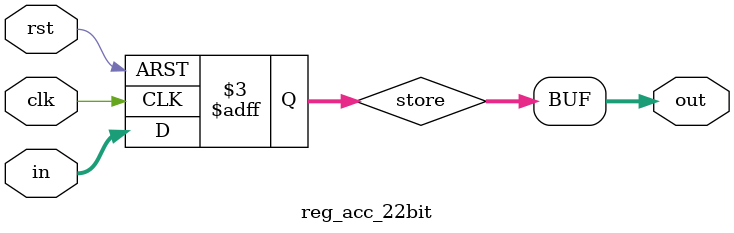
<source format=v>
module reg_acc_22bit (in, rst, clk, out);

    input [21:0] in;
    input rst, clk;
    output [21:0] out;

    reg [21:0] store;

    initial begin
        store = 0;
    end

    always @(posedge clk or posedge rst ) begin
        if(rst)
        begin
            store <= 0;
        end

        else    begin
            store <= in;

        end   
    end

    assign out = store;
     
endmodule
</source>
